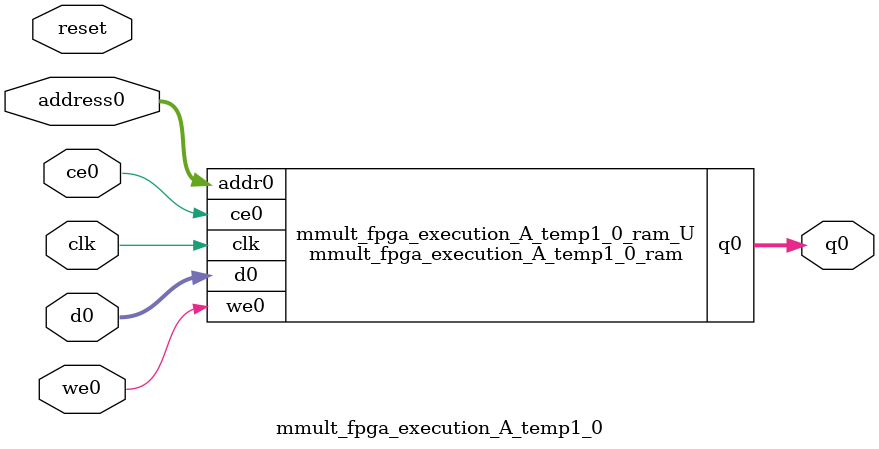
<source format=v>
`timescale 1 ns / 1 ps
module mmult_fpga_execution_A_temp1_0_ram (addr0, ce0, d0, we0, q0,  clk);

parameter DWIDTH = 32;
parameter AWIDTH = 5;
parameter MEM_SIZE = 32;

input[AWIDTH-1:0] addr0;
input ce0;
input[DWIDTH-1:0] d0;
input we0;
output reg[DWIDTH-1:0] q0;
input clk;

reg [DWIDTH-1:0] ram[0:MEM_SIZE-1];




always @(posedge clk)  
begin 
    if (ce0) begin
        if (we0) 
            ram[addr0] <= d0; 
        q0 <= ram[addr0];
    end
end


endmodule

`timescale 1 ns / 1 ps
module mmult_fpga_execution_A_temp1_0(
    reset,
    clk,
    address0,
    ce0,
    we0,
    d0,
    q0);

parameter DataWidth = 32'd32;
parameter AddressRange = 32'd32;
parameter AddressWidth = 32'd5;
input reset;
input clk;
input[AddressWidth - 1:0] address0;
input ce0;
input we0;
input[DataWidth - 1:0] d0;
output[DataWidth - 1:0] q0;



mmult_fpga_execution_A_temp1_0_ram mmult_fpga_execution_A_temp1_0_ram_U(
    .clk( clk ),
    .addr0( address0 ),
    .ce0( ce0 ),
    .we0( we0 ),
    .d0( d0 ),
    .q0( q0 ));

endmodule


</source>
